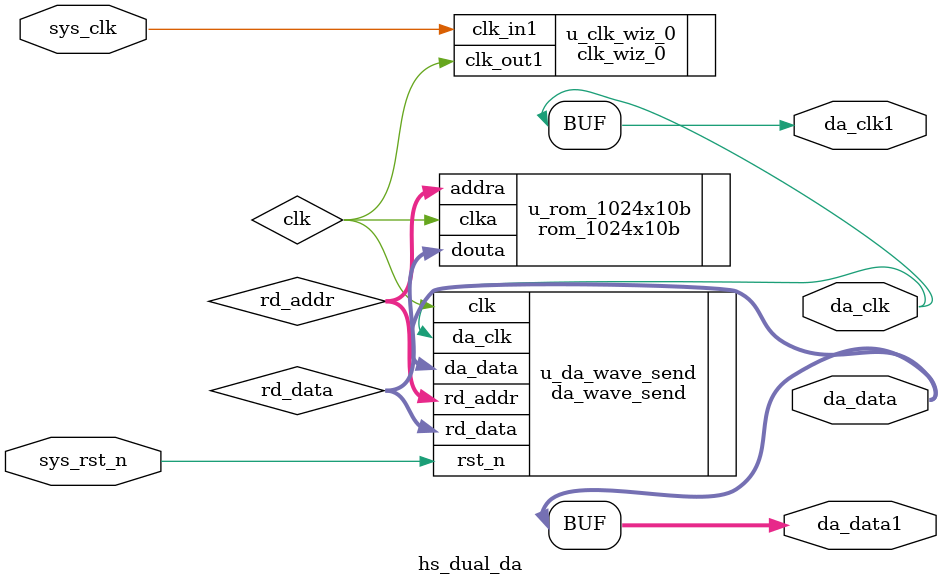
<source format=v>

module hs_dual_da(
    input                 sys_clk     ,  //ÏµÍ³Ê±ÖÓ
    input                 sys_rst_n   ,  //ÏµÍ³¸´Î»£¬µÍµçÆ½ÓÐÐ§
    //DA½Ó¿Ú
    output                da_clk      ,  //DA²ÉÑùÊ±ÖÓ
    output    [9:0]       da_data     ,  //DA²ÉÑùÊý¾Ý
    output                da_clk1     ,  //DA²ÉÑùÊ±ÖÓ
    output    [9:0]       da_data1       //DA²ÉÑùÊý¾Ý	 
);

//wire define 
wire      [9:0]    rd_addr;              //ROMµØÖ·?
wire      [9:0]    rd_data;              //ROMÊý¾Ý

//*****************************************************
//**                    main code
//*****************************************************

assign  da_clk1 = da_clk;
assign  da_data1 = da_data;

//Ê±ÖÓÄ£¿é
clk_wiz_0  u_clk_wiz_0(
	.clk_in1 (sys_clk),
	.clk_out1 (clk)
);

//DA·¢ËÍÄ£¿é
da_wave_send u_da_wave_send(
    .clk         (clk), 
    .rst_n       (sys_rst_n),
    .rd_data     (rd_data),
    .rd_addr     (rd_addr),
    .da_clk      (da_clk),  
    .da_data     (da_data)
    );

//ROMÄ£¿é 
rom_1024x10b  u_rom_1024x10b(
    .addra     (rd_addr),
    .clka      (clk),
    .douta     (rd_data)
);

endmodule
</source>
